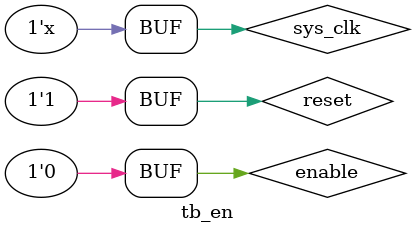
<source format=v>
`timescale 1ns / 1ps

module tb_en( );    
    reg reset;
    reg enable;
    reg sys_clk;
    wire sub_enable;
    wire all_done;
    
    Internal_EN dut
    (   .CLK(sys_clk),
        .RESET(reset),
        .EN_EXT(enable),
        .INTERVEL(16'b01010),
        .EN_INT(sub_enable),
        .ALL_DONE(all_done)
    );
    
    always #5 sys_clk = ~sys_clk;
    
    initial begin
        sys_clk = 1'b0;
        reset = 1'b1;
        enable = 1'b0;
        #8 enable = 1'b1;
        #1500 enable = 1'b0;
    end
    
endmodule


</source>
